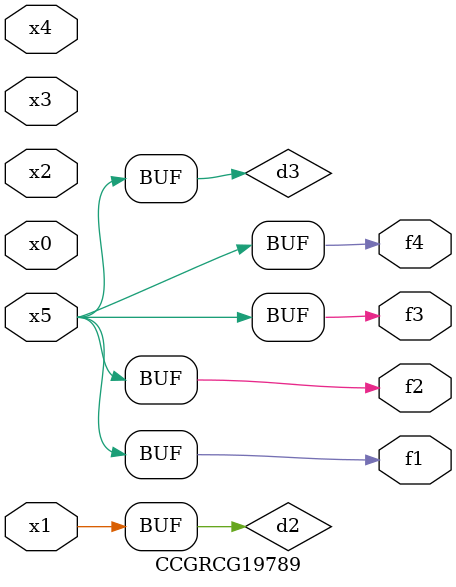
<source format=v>
module CCGRCG19789(
	input x0, x1, x2, x3, x4, x5,
	output f1, f2, f3, f4
);

	wire d1, d2, d3;

	not (d1, x5);
	or (d2, x1);
	xnor (d3, d1);
	assign f1 = d3;
	assign f2 = d3;
	assign f3 = d3;
	assign f4 = d3;
endmodule

</source>
